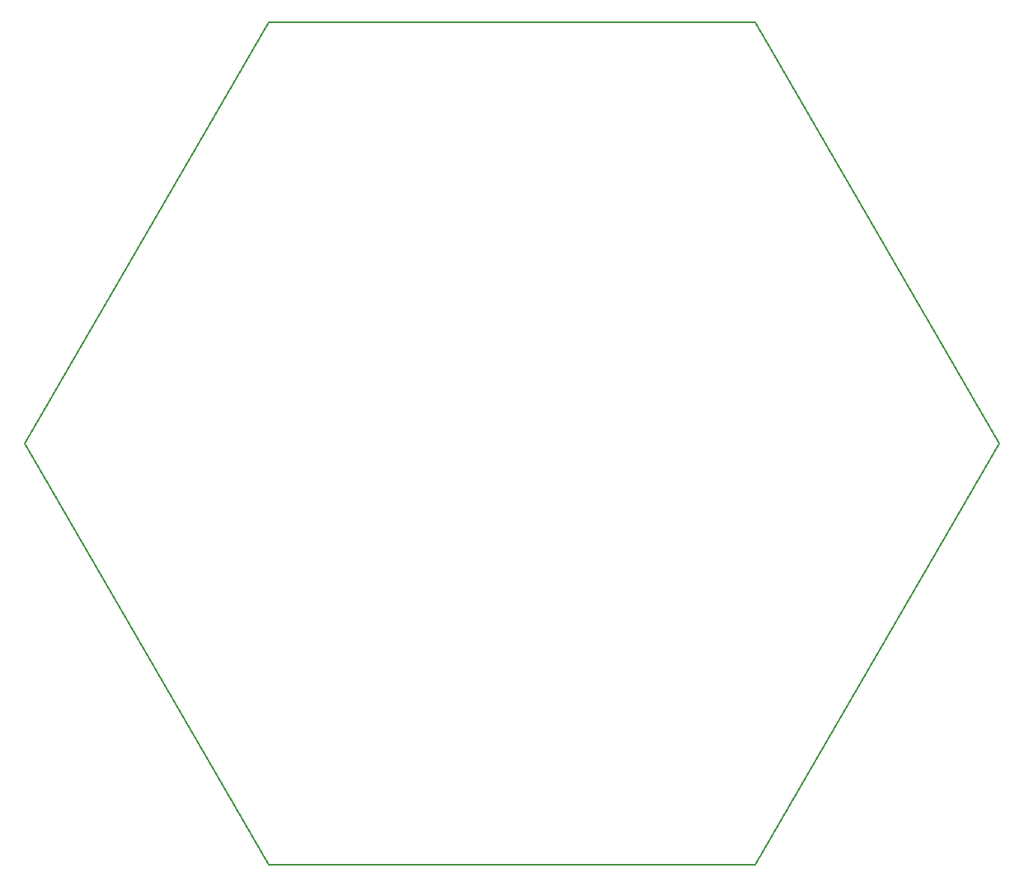
<source format=gm1>
G04 #@! TF.GenerationSoftware,KiCad,Pcbnew,(5.0.2)-1*
G04 #@! TF.CreationDate,2021-09-11T16:33:57+09:00*
G04 #@! TF.ProjectId,Pillar,50696c6c-6172-42e6-9b69-6361645f7063,rev?*
G04 #@! TF.SameCoordinates,Original*
G04 #@! TF.FileFunction,Profile,NP*
%FSLAX46Y46*%
G04 Gerber Fmt 4.6, Leading zero omitted, Abs format (unit mm)*
G04 Created by KiCad (PCBNEW (5.0.2)-1) date 2021/09/11 16:33:57*
%MOMM*%
%LPD*%
G01*
G04 APERTURE LIST*
%ADD10C,0.150000*%
G04 APERTURE END LIST*
D10*
X155000000Y-148301270D02*
X180000000Y-105000000D01*
X105000000Y-148301270D02*
X155000000Y-148301270D01*
X105000000Y-61698730D02*
X155000000Y-61698730D01*
X155000000Y-61698730D02*
X180000000Y-105000000D01*
X105000000Y-148301270D02*
X80000000Y-105000000D01*
X80000000Y-105000000D02*
X105000000Y-61698730D01*
M02*

</source>
